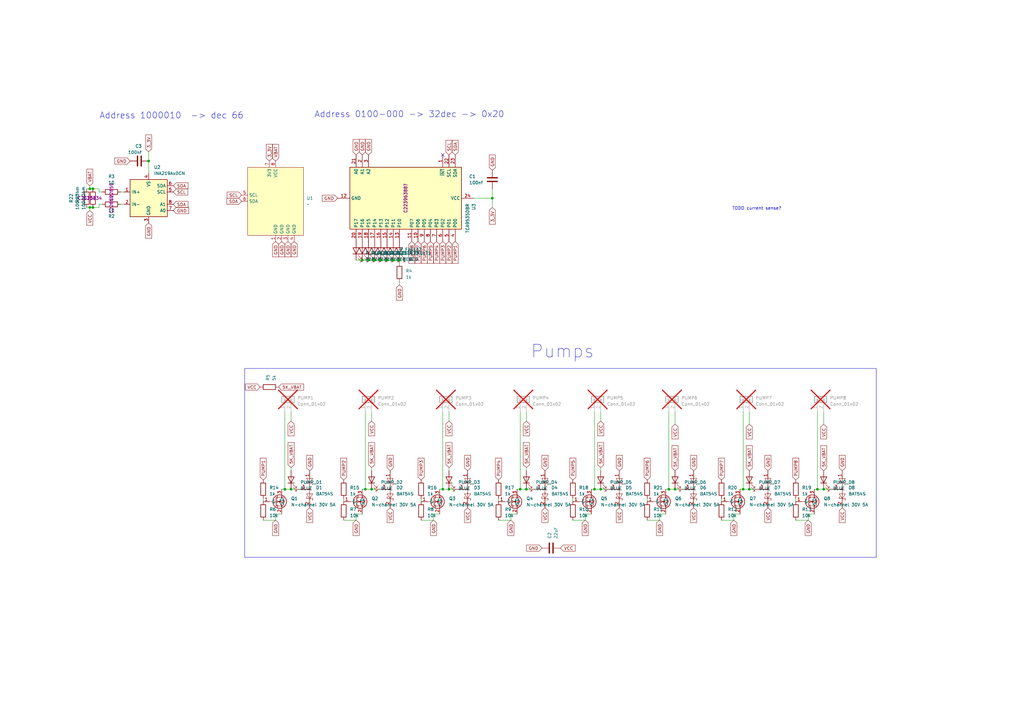
<source format=kicad_sch>
(kicad_sch (version 20250114) (generator "eeschema") (generator_version "9.0")
  (paper "A3")
  (lib_symbols
    (symbol "Connector_Generic:Conn_01x02" (pin_names (offset 1.016) (hide yes))
      (property "Reference" "J" (at 0 2.54 0))
      (property "Value" "Conn_01x02" (at 0 -5.08 0))
      (symbol "Conn_01x02_1_1"
        (rectangle (start -1.27 1.27) (end 1.27 -3.81) (stroke (width 0.254)) (fill (type background)))
        (rectangle (start -1.27 0.127) (end 0 -0.127) (stroke (width 0.1524)))
        (rectangle (start -1.27 -2.413) (end 0 -2.667) (stroke (width 0.1524)))
        (pin passive line (at -5.08 0 0) (length 3.81) (name "Pin_1") (number "1"))
        (pin passive line (at -5.08 -2.54 0) (length 3.81) (name "Pin_2") (number "2"))
      )
    )
    (symbol "Device:C" (pin_numbers (hide yes)) (pin_names (offset 0.254))
      (property "Reference" "C" (at 0.635 2.54 0))
      (property "Value" "C" (at 0.635 -2.54 0))
      (symbol "C_0_1"
        (polyline (pts (xy -2.032 0.762) (xy 2.032 0.762)) (stroke (width 0.508)))
        (polyline (pts (xy -2.032 -0.762) (xy 2.032 -0.762)) (stroke (width 0.508)))
      )
      (symbol "C_1_1"
        (pin passive line (at 0 3.81 270) (length 2.794) (name "~") (number "1"))
        (pin passive line (at 0 -3.81 90) (length 2.794) (name "~") (number "2"))
      )
    )
    (symbol "Device:LED" (pin_numbers (hide yes)) (pin_names (offset 1.016) (hide yes))
      (property "Reference" "D" (at 0 2.54 0))
      (property "Value" "LED" (at 0 -2.54 0))
      (symbol "LED_0_1"
        (polyline (pts (xy -3.048 -0.762) (xy -4.572 -2.286) (xy -3.81 -2.286) (xy -4.572 -2.286) (xy -4.572 -1.524)))
        (polyline (pts (xy -1.778 -0.762) (xy -3.302 -2.286) (xy -2.54 -2.286) (xy -3.302 -2.286) (xy -3.302 -1.524)))
        (polyline (pts (xy -1.27 0) (xy 1.27 0)))
        (polyline (pts (xy -1.27 -1.27) (xy -1.27 1.27)) (stroke (width 0.254)))
        (polyline (pts (xy 1.27 -1.27) (xy 1.27 1.27) (xy -1.27 0) (xy 1.27 -1.27)) (stroke (width 0.254)))
      )
      (symbol "LED_1_1"
        (pin passive line (at -3.81 0 0) (length 2.54) (name "K") (number "1"))
        (pin passive line (at 3.81 0 180) (length 2.54) (name "A") (number "2"))
      )
    )
    (symbol "Device:R" (pin_numbers (hide yes)) (pin_names (offset 0))
      (property "Reference" "R" (at 2.032 0 90))
      (property "Value" "R" (at 0 0 90))
      (symbol "R_0_1"
        (rectangle (start -1.016 -2.54) (end 1.016 2.54) (stroke (width 0.254)))
      )
      (symbol "R_1_1"
        (pin passive line (at 0 3.81 270) (length 1.27) (name "~") (number "1"))
        (pin passive line (at 0 -3.81 90) (length 1.27) (name "~") (number "2"))
      )
    )
    (symbol "Diode:BAS40-04" (pin_names (offset 1.016))
      (property "Reference" "D" (at 0.635 -1.27 0))
      (property "Value" "BAS40-04" (at -6.35 5.715 0))
      (symbol "BAS40-04_0_1"
        (polyline (pts (xy -4.445 3.81) (xy -4.445 1.27) (xy -2.54 2.54) (xy -4.445 3.81)))
        (polyline (pts (xy -3.81 2.54) (xy -1.27 2.54)))
        (polyline (pts (xy -3.175 1.27) (xy -3.175 1.524)))
        (polyline (pts (xy -2.54 3.81) (xy -1.905 3.81)))
        (polyline (pts (xy -2.54 1.27) (xy -3.175 1.27)))
        (polyline (pts (xy -2.54 1.27) (xy -2.54 3.81)))
        (polyline (pts (xy -1.905 3.81) (xy -1.905 3.556)))
        (polyline (pts (xy -1.905 2.54) (xy 1.905 2.54)))
        (circle (center 0 2.54) (radius 0.254) (fill (type outline)))
        (polyline (pts (xy 1.27 2.54) (xy 3.81 2.54)))
        (polyline (pts (xy 1.905 3.81) (xy 1.905 1.27) (xy 3.81 2.54) (xy 1.905 3.81)))
        (polyline (pts (xy 3.175 1.27) (xy 3.175 1.524)))
        (polyline (pts (xy 3.81 3.81) (xy 4.445 3.81)))
        (polyline (pts (xy 3.81 1.27) (xy 3.175 1.27)))
        (polyline (pts (xy 3.81 1.27) (xy 3.81 3.81)))
        (polyline (pts (xy 4.445 3.81) (xy 4.445 3.556)))
      )
      (symbol "BAS40-04_1_1"
        (pin passive line (at -7.62 2.54 0) (length 3.81) (name "~") (number "1"))
        (pin passive line (at 0 -2.54 90) (length 5.08) (name "~") (number "3"))
        (pin passive line (at 7.62 2.54 180) (length 3.81) (name "~") (number "2"))
      )
    )
    (symbol "Interface_Expansion:TCA9535DBR"
      (property "Reference" "U" (at -11.43 24.13 0))
      (property "Value" "TCA9535DBR" (at 0 0 0))
      (symbol "TCA9535DBR_0_1"
        (rectangle (start -12.7 22.86) (end 12.7 -22.86) (stroke (width 0.254)) (fill (type background)))
      )
      (symbol "TCA9535DBR_1_1"
        (pin bidirectional line (at -17.78 20.32 0) (length 5.08) (name "SDA") (number "23"))
        (pin input line (at -17.78 17.78 0) (length 5.08) (name "SCL") (number "22"))
        (pin open_collector line (at -17.78 15.24 0) (length 5.08) (name "~{INT}") (number "1"))
        (pin input line (at -17.78 -15.24 0) (length 5.08) (name "A2") (number "3"))
        (pin input line (at -17.78 -17.78 0) (length 5.08) (name "A1") (number "2"))
        (pin input line (at -17.78 -20.32 0) (length 5.08) (name "A0") (number "21"))
        (pin power_in line (at 0 27.94 270) (length 5.08) (name "VCC") (number "24"))
        (pin power_in line (at 0 -27.94 90) (length 5.08) (name "GND") (number "12"))
        (pin bidirectional line (at 17.78 20.32 180) (length 5.08) (name "P00") (number "4"))
        (pin bidirectional line (at 17.78 17.78 180) (length 5.08) (name "P01") (number "5"))
        (pin bidirectional line (at 17.78 15.24 180) (length 5.08) (name "P02") (number "6"))
        (pin bidirectional line (at 17.78 12.7 180) (length 5.08) (name "P03") (number "7"))
        (pin bidirectional line (at 17.78 10.16 180) (length 5.08) (name "P04") (number "8"))
        (pin bidirectional line (at 17.78 7.62 180) (length 5.08) (name "P05") (number "9"))
        (pin bidirectional line (at 17.78 5.08 180) (length 5.08) (name "P06") (number "10"))
        (pin bidirectional line (at 17.78 2.54 180) (length 5.08) (name "P07") (number "11"))
        (pin bidirectional line (at 17.78 -2.54 180) (length 5.08) (name "P10") (number "13"))
        (pin bidirectional line (at 17.78 -5.08 180) (length 5.08) (name "P11") (number "14"))
        (pin bidirectional line (at 17.78 -7.62 180) (length 5.08) (name "P12") (number "15"))
        (pin bidirectional line (at 17.78 -10.16 180) (length 5.08) (name "P13") (number "16"))
        (pin bidirectional line (at 17.78 -12.7 180) (length 5.08) (name "P14") (number "17"))
        (pin bidirectional line (at 17.78 -15.24 180) (length 5.08) (name "P15") (number "18"))
        (pin bidirectional line (at 17.78 -17.78 180) (length 5.08) (name "P16") (number "19"))
        (pin bidirectional line (at 17.78 -20.32 180) (length 5.08) (name "P17") (number "20"))
      )
    )
    (symbol "Pump:Pump_Output"
      (property "Reference" "U" (at -6.35 15.24 0))
      (symbol "Pump_Output_1_1"
        (rectangle (start -12.7 12.7) (end 10.16 -15.24) (fill (type background)))
        (pin bidirectional line (at -15.24 1.27 0) (length 2.54) (name "SCL") (number "5"))
        (pin bidirectional line (at -15.24 -1.27 0) (length 2.54) (name "SDA") (number "6"))
        (pin power_in line (at -3.81 15.24 270) (length 2.54) (name "3V3") (number "7"))
        (pin power_in line (at -1.27 15.24 270) (length 2.54) (name "VCC") (number "8"))
        (pin power_in line (at -1.27 -17.78 90) (length 2.54) (name "GND") (number "1"))
        (pin power_in line (at 1.27 -17.78 90) (length 2.54) (name "GND") (number "2"))
        (pin power_in line (at 3.81 -17.78 90) (length 2.54) (name "GND") (number "3"))
        (pin power_in line (at 6.35 -17.78 90) (length 2.54) (name "GND") (number "4"))
      )
    )
    (symbol "SL2300:SL2300" (pin_names (offset 1.016))
      (property "Reference" "Q" (at 0 0 0))
      (property "Value" "SL2300" (at 7.62 0 0))
      (symbol "SL2300_1_1"
        (polyline (pts (xy -1.016 1.905) (xy -1.016 -1.905)) (stroke (width 0.254)))
        (polyline (pts (xy -1.016 0) (xy -3.81 0)))
        (polyline (pts (xy -0.508 2.286) (xy -0.508 1.27)) (stroke (width 0.254)))
        (polyline (pts (xy -0.508 0.508) (xy -0.508 -0.508)) (stroke (width 0.254)))
        (polyline (pts (xy -0.508 -1.27) (xy -0.508 -2.286)) (stroke (width 0.254)))
        (polyline (pts (xy -0.508 -1.778) (xy 2.032 -1.778) (xy 2.032 1.778) (xy -0.508 1.778)))
        (polyline (pts (xy -0.254 0) (xy 0.762 0.381) (xy 0.762 -0.381) (xy -0.254 0)) (fill (type outline)))
        (circle (center 0.381 0) (radius 2.794) (stroke (width 0.254)))
        (polyline (pts (xy 1.27 2.54) (xy 1.27 1.778)))
        (circle (center 1.27 1.778) (radius 0.254) (fill (type outline)))
        (circle (center 1.27 -1.778) (radius 0.254) (fill (type outline)))
        (polyline (pts (xy 1.27 -2.54) (xy 1.27 0) (xy -0.508 0)))
        (polyline (pts (xy 1.524 0.508) (xy 1.651 0.381) (xy 2.413 0.381) (xy 2.54 0.254)))
        (polyline (pts (xy 2.032 0.381) (xy 1.651 -0.254) (xy 2.413 -0.254) (xy 2.032 0.381)))
        (pin input line (at -6.35 0 0) (length 2.54) (name "G") (number "1"))
        (pin passive line (at 1.27 5.08 270) (length 2.54) (name "D") (number "3"))
        (pin passive line (at 1.27 -5.08 90) (length 2.54) (name "S") (number "2"))
      )
    )
    (symbol "Sensor_Energy:INA219AxDCN"
      (property "Reference" "U" (at -6.35 8.89 0))
      (property "Value" "INA219AxDCN" (at 6.35 8.89 0))
      (symbol "INA219AxDCN_0_1"
        (rectangle (start -7.62 7.62) (end 7.62 -7.62) (stroke (width 0.254)) (fill (type background)))
      )
      (symbol "INA219AxDCN_1_1"
        (pin input line (at -10.16 2.54 0) (length 2.54) (name "IN+") (number "1"))
        (pin input line (at -10.16 -2.54 0) (length 2.54) (name "IN-") (number "2"))
        (pin power_in line (at 0 10.16 270) (length 2.54) (name "VS") (number "4"))
        (pin power_in line (at 0 -10.16 90) (length 2.54) (name "GND") (number "3"))
        (pin bidirectional line (at 10.16 5.08 180) (length 2.54) (name "SDA") (number "6"))
        (pin input line (at 10.16 2.54 180) (length 2.54) (name "SCL") (number "5"))
        (pin input line (at 10.16 -2.54 180) (length 2.54) (name "A1") (number "8"))
        (pin input line (at 10.16 -5.08 180) (length 2.54) (name "A0") (number "7"))
      )
    )
  )
  (rectangle (start 100.33 151.13) (end 359.41 228.6))
  (text "TODO current sense?" (at 310.388 85.598 0) (effects (font (size 1.27 1.27))))
  (text "Address 0100-000 -> 32dec -> 0x20" (at 167.894 46.99 0) (effects (font (size 2.54 2.54))))
  (text "Address 1000010  -> dec 66" (at 70.358 47.498 0) (effects (font (size 2.54 2.54))))
  (text "Pumps" (at 243.84 147.32 0) (effects (font (size 5.2578 5.2578)) (justify right bottom)))
  (junction (at 184.15 200.66))
  (junction (at 215.9 200.66))
  (junction (at 201.93 81.28))
  (junction (at 304.8 200.66))
  (junction (at 181.61 200.66))
  (junction (at 152.4 200.66))
  (junction (at 246.38 200.66))
  (junction (at 36.83 85.09))
  (junction (at 276.86 200.66))
  (junction (at 149.86 200.66))
  (junction (at 151.13 106.68))
  (junction (at 337.82 200.66))
  (junction (at 156.21 106.68))
  (junction (at 161.29 106.68))
  (junction (at 38.1 77.47))
  (junction (at 153.67 106.68))
  (junction (at 274.32 200.66))
  (junction (at 38.1 85.09))
  (junction (at 243.84 200.66))
  (junction (at 116.84 200.66))
  (junction (at 163.83 106.68))
  (junction (at 158.75 106.68))
  (junction (at 60.96 66.04))
  (junction (at 307.34 200.66))
  (junction (at 119.38 200.66))
  (junction (at 36.83 77.47))
  (junction (at 213.36 200.66))
  (junction (at 148.59 106.68))
  (junction (at 335.28 200.66))
  (no_connect (at 181.61 63.5))
  (wire (pts (xy 274.32 168.91) (xy 274.32 200.66)))
  (wire (pts (xy 215.9 168.91) (xy 215.9 172.72)))
  (wire (pts (xy 107.95 204.47) (xy 107.95 205.74)))
  (wire (pts (xy 201.93 77.47) (xy 201.93 81.28)))
  (wire (pts (xy 163.83 116.84) (xy 163.83 115.57)))
  (wire (pts (xy 274.32 200.66) (xy 273.05 200.66)))
  (wire (pts (xy 149.86 168.91) (xy 149.86 200.66)))
  (wire (pts (xy 152.4 200.66) (xy 154.94 200.66)))
  (wire (pts (xy 326.39 204.47) (xy 326.39 205.74)))
  (wire (pts (xy 246.38 200.66) (xy 248.92 200.66)))
  (wire (pts (xy 40.64 77.47) (xy 38.1 77.47)))
  (wire (pts (xy 243.84 200.66) (xy 242.57 200.66)))
  (wire (pts (xy 240.03 210.82) (xy 240.03 213.36)))
  (wire (pts (xy 334.01 210.82) (xy 331.47 210.82)))
  (wire (pts (xy 60.96 66.04) (xy 60.96 71.12)))
  (wire (pts (xy 152.4 168.91) (xy 152.4 172.72)))
  (wire (pts (xy 152.4 191.77) (xy 152.4 193.04)))
  (wire (pts (xy 246.38 200.66) (xy 243.84 200.66)))
  (wire (pts (xy 307.34 168.91) (xy 307.34 173.99)))
  (wire (pts (xy 234.95 204.47) (xy 234.95 205.74)))
  (wire (pts (xy 149.86 200.66) (xy 148.59 200.66)))
  (wire (pts (xy 300.99 210.82) (xy 300.99 213.36)))
  (wire (pts (xy 276.86 168.91) (xy 276.86 173.99)))
  (wire (pts (xy 212.09 210.82) (xy 209.55 210.82)))
  (wire (pts (xy 184.15 193.04) (xy 184.15 191.77)))
  (wire (pts (xy 300.99 213.36) (xy 295.91 213.36)))
  (wire (pts (xy 295.91 204.47) (xy 295.91 205.74)))
  (wire (pts (xy 172.72 204.47) (xy 172.72 205.74)))
  (wire (pts (xy 36.83 76.2) (xy 36.83 77.47)))
  (wire (pts (xy 158.75 106.68) (xy 161.29 106.68)))
  (wire (pts (xy 215.9 200.66) (xy 213.36 200.66)))
  (wire (pts (xy 240.03 213.36) (xy 234.95 213.36)))
  (wire (pts (xy 246.38 191.77) (xy 246.38 193.04)))
  (wire (pts (xy 184.15 168.91) (xy 184.15 172.72)))
  (wire (pts (xy 331.47 213.36) (xy 326.39 213.36)))
  (wire (pts (xy 49.53 78.74) (xy 50.8 78.74)))
  (wire (pts (xy 184.15 200.66) (xy 181.61 200.66)))
  (wire (pts (xy 273.05 210.82) (xy 270.51 210.82)))
  (wire (pts (xy 331.47 210.82) (xy 331.47 213.36)))
  (wire (pts (xy 149.86 200.66) (xy 152.4 200.66)))
  (wire (pts (xy 119.38 200.66) (xy 121.92 200.66)))
  (wire (pts (xy 307.34 200.66) (xy 309.88 200.66)))
  (wire (pts (xy 146.05 210.82) (xy 146.05 213.36)))
  (wire (pts (xy 276.86 200.66) (xy 274.32 200.66)))
  (wire (pts (xy 209.55 213.36) (xy 204.47 213.36)))
  (wire (pts (xy 303.53 210.82) (xy 300.99 210.82)))
  (wire (pts (xy 40.64 83.82) (xy 40.64 85.09)))
  (wire (pts (xy 270.51 213.36) (xy 265.43 213.36)))
  (wire (pts (xy 113.03 213.36) (xy 107.95 213.36)))
  (wire (pts (xy 335.28 168.91) (xy 335.28 200.66)))
  (wire (pts (xy 215.9 191.77) (xy 215.9 193.04)))
  (wire (pts (xy 148.59 106.68) (xy 146.05 106.68)))
  (wire (pts (xy 35.56 77.47) (xy 36.83 77.47)))
  (wire (pts (xy 213.36 200.66) (xy 212.09 200.66)))
  (wire (pts (xy 49.53 83.82) (xy 50.8 83.82)))
  (wire (pts (xy 156.21 106.68) (xy 158.75 106.68)))
  (wire (pts (xy 119.38 193.04) (xy 119.38 191.77)))
  (wire (pts (xy 181.61 200.66) (xy 180.34 200.66)))
  (wire (pts (xy 270.51 210.82) (xy 270.51 213.36)))
  (wire (pts (xy 265.43 204.47) (xy 265.43 205.74)))
  (wire (pts (xy 242.57 210.82) (xy 240.03 210.82)))
  (wire (pts (xy 40.64 78.74) (xy 41.91 78.74)))
  (wire (pts (xy 180.34 210.82) (xy 177.8 210.82)))
  (wire (pts (xy 163.83 107.95) (xy 163.83 106.68)))
  (wire (pts (xy 194.31 81.28) (xy 201.93 81.28)))
  (wire (pts (xy 113.03 210.82) (xy 113.03 213.36)))
  (wire (pts (xy 209.55 210.82) (xy 209.55 213.36)))
  (wire (pts (xy 177.8 210.82) (xy 177.8 213.36)))
  (wire (pts (xy 151.13 106.68) (xy 148.59 106.68)))
  (wire (pts (xy 204.47 204.47) (xy 204.47 205.74)))
  (wire (pts (xy 36.83 85.09) (xy 38.1 85.09)))
  (wire (pts (xy 36.83 77.47) (xy 38.1 77.47)))
  (wire (pts (xy 40.64 78.74) (xy 40.64 77.47)))
  (wire (pts (xy 177.8 213.36) (xy 172.72 213.36)))
  (wire (pts (xy 307.34 200.66) (xy 304.8 200.66)))
  (wire (pts (xy 304.8 200.66) (xy 303.53 200.66)))
  (wire (pts (xy 201.93 81.28) (xy 201.93 85.09)))
  (wire (pts (xy 335.28 200.66) (xy 334.01 200.66)))
  (wire (pts (xy 213.36 168.91) (xy 213.36 200.66)))
  (wire (pts (xy 181.61 168.91) (xy 181.61 200.66)))
  (wire (pts (xy 115.57 210.82) (xy 113.03 210.82)))
  (wire (pts (xy 36.83 85.09) (xy 36.83 86.36)))
  (wire (pts (xy 243.84 168.91) (xy 243.84 200.66)))
  (wire (pts (xy 140.97 204.47) (xy 140.97 205.74)))
  (wire (pts (xy 304.8 168.91) (xy 304.8 200.66)))
  (wire (pts (xy 119.38 200.66) (xy 116.84 200.66)))
  (wire (pts (xy 40.64 85.09) (xy 38.1 85.09)))
  (wire (pts (xy 156.21 106.68) (xy 153.67 106.68)))
  (wire (pts (xy 246.38 168.91) (xy 246.38 172.72)))
  (wire (pts (xy 116.84 200.66) (xy 115.57 200.66)))
  (wire (pts (xy 337.82 200.66) (xy 340.36 200.66)))
  (wire (pts (xy 337.82 200.66) (xy 335.28 200.66)))
  (wire (pts (xy 40.64 83.82) (xy 41.91 83.82)))
  (wire (pts (xy 153.67 106.68) (xy 151.13 106.68)))
  (wire (pts (xy 146.05 213.36) (xy 140.97 213.36)))
  (wire (pts (xy 276.86 200.66) (xy 279.4 200.66)))
  (wire (pts (xy 148.59 210.82) (xy 146.05 210.82)))
  (wire (pts (xy 35.56 85.09) (xy 36.83 85.09)))
  (wire (pts (xy 184.15 200.66) (xy 186.69 200.66)))
  (wire (pts (xy 60.96 62.23) (xy 60.96 66.04)))
  (wire (pts (xy 161.29 106.68) (xy 163.83 106.68)))
  (wire (pts (xy 116.84 168.91) (xy 116.84 200.66)))
  (wire (pts (xy 337.82 168.91) (xy 337.82 173.99)))
  (wire (pts (xy 215.9 200.66) (xy 218.44 200.66)))
  (wire (pts (xy 119.38 168.91) (xy 119.38 172.72)))
  (global_label "VCC" (shape input) (at 119.38 172.72 270) (property "Intersheetrefs" "${INTERSHEET_REFS}" (effects (hide yes))))
  (global_label "VCC" (shape input) (at 254 208.28 270) (property "Intersheetrefs" "${INTERSHEET_REFS}" (effects (hide yes))))
  (global_label "PUMP4" (shape input) (at 179.07 99.06 270) (property "Intersheetrefs" "${INTERSHEET_REFS}" (effects (hide yes))))
  (global_label "GND" (shape input) (at 127 193.04 90) (property "Intersheetrefs" "${INTERSHEET_REFS}" (effects (hide yes))))
  (global_label "SDA" (shape input) (at 186.69 63.5 90) (property "Intersheetrefs" "${INTERSHEET_REFS}" (effects (hide yes))))
  (global_label "5K_VBAT" (shape input) (at 152.4 191.77 90) (property "Intersheetrefs" "${INTERSHEET_REFS}" (effects (hide yes))))
  (global_label "3_3V" (shape input) (at 110.49 66.04 90) (property "Intersheetrefs" "${INTERSHEET_REFS}" (effects (hide yes))))
  (global_label "VCC" (shape input) (at 307.34 173.99 270) (property "Intersheetrefs" "${INTERSHEET_REFS}" (effects (hide yes))))
  (global_label "PUMP1" (shape input) (at 186.69 99.06 270) (property "Intersheetrefs" "${INTERSHEET_REFS}" (effects (hide yes))))
  (global_label "SCL" (shape input) (at 184.15 63.5 90) (property "Intersheetrefs" "${INTERSHEET_REFS}" (effects (hide yes))))
  (global_label "GND" (shape input) (at 314.96 193.04 90) (property "Intersheetrefs" "${INTERSHEET_REFS}" (effects (hide yes))))
  (global_label "PUMP5" (shape input) (at 176.53 99.06 270) (property "Intersheetrefs" "${INTERSHEET_REFS}" (effects (hide yes))))
  (global_label "VCC" (shape input) (at 106.68 158.75 180) (property "Intersheetrefs" "${INTERSHEET_REFS}" (effects (hide yes))))
  (global_label "SCL" (shape input) (at 99.06 80.01 180) (property "Intersheetrefs" "${INTERSHEET_REFS}" (effects (hide yes))))
  (global_label "PUMP8" (shape input) (at 326.39 196.85 90) (property "Intersheetrefs" "${INTERSHEET_REFS}" (effects (hide yes))))
  (global_label "GND" (shape input) (at 60.96 91.44 270) (property "Intersheetrefs" "${INTERSHEET_REFS}" (effects (hide yes))))
  (global_label "GND" (shape input) (at 201.93 69.85 90) (property "Intersheetrefs" "${INTERSHEET_REFS}" (effects (hide yes))))
  (global_label "PUMP5" (shape input) (at 234.95 196.85 90) (property "Intersheetrefs" "${INTERSHEET_REFS}" (effects (hide yes))))
  (global_label "GND" (shape input) (at 300.99 213.36 270) (property "Intersheetrefs" "${INTERSHEET_REFS}" (effects (hide yes))))
  (global_label "VCC" (shape input) (at 337.82 173.99 270) (property "Intersheetrefs" "${INTERSHEET_REFS}" (effects (hide yes))))
  (global_label "PUMP2" (shape input) (at 140.97 196.85 90) (property "Intersheetrefs" "${INTERSHEET_REFS}" (effects (hide yes))))
  (global_label "GND" (shape input) (at 115.57 99.06 270) (property "Intersheetrefs" "${INTERSHEET_REFS}" (effects (hide yes))))
  (global_label "VCC" (shape input) (at 229.87 224.79 0) (property "Intersheetrefs" "${INTERSHEET_REFS}" (effects (hide yes))))
  (global_label "VCC" (shape input) (at 314.96 208.28 270) (property "Intersheetrefs" "${INTERSHEET_REFS}" (effects (hide yes))))
  (global_label "GND" (shape input) (at 148.59 63.5 90) (property "Intersheetrefs" "${INTERSHEET_REFS}" (effects (hide yes))))
  (global_label "SDA" (shape input) (at 71.12 76.2 0) (property "Intersheetrefs" "${INTERSHEET_REFS}" (effects (hide yes))))
  (global_label "PUMP8" (shape input) (at 168.91 99.06 270) (property "Intersheetrefs" "${INTERSHEET_REFS}" (effects (hide yes))))
  (global_label "PUMP6" (shape input) (at 265.43 196.85 90) (property "Intersheetrefs" "${INTERSHEET_REFS}" (effects (hide yes))))
  (global_label "VCC" (shape input) (at 127 208.28 270) (property "Intersheetrefs" "${INTERSHEET_REFS}" (effects (hide yes))))
  (global_label "5K_VBAT" (shape input) (at 276.86 193.04 90) (property "Intersheetrefs" "${INTERSHEET_REFS}" (effects (hide yes))))
  (global_label "GND" (shape input) (at 53.34 66.04 180) (property "Intersheetrefs" "${INTERSHEET_REFS}" (effects (hide yes))))
  (global_label "5K_VBAT" (shape input) (at 246.38 191.77 90) (property "Intersheetrefs" "${INTERSHEET_REFS}" (effects (hide yes))))
  (global_label "GND" (shape input) (at 146.05 213.36 270) (property "Intersheetrefs" "${INTERSHEET_REFS}" (effects (hide yes))))
  (global_label "PUMP6" (shape input) (at 173.99 99.06 270) (property "Intersheetrefs" "${INTERSHEET_REFS}" (effects (hide yes))))
  (global_label "SCL" (shape input) (at 71.12 78.74 0) (property "Intersheetrefs" "${INTERSHEET_REFS}" (effects (hide yes))))
  (global_label "VCC" (shape input) (at 223.52 208.28 270) (property "Intersheetrefs" "${INTERSHEET_REFS}" (effects (hide yes))))
  (global_label "5K_VBAT" (shape input) (at 215.9 191.77 90) (property "Intersheetrefs" "${INTERSHEET_REFS}" (effects (hide yes))))
  (global_label "VCC" (shape input) (at 284.48 208.28 270) (property "Intersheetrefs" "${INTERSHEET_REFS}" (effects (hide yes))))
  (global_label "GND" (shape input) (at 151.13 63.5 90) (property "Intersheetrefs" "${INTERSHEET_REFS}" (effects (hide yes))))
  (global_label "VBAT" (shape input) (at 36.83 76.2 90) (property "Intersheetrefs" "${INTERSHEET_REFS}" (effects (hide yes))))
  (global_label "PUMP7" (shape input) (at 295.91 196.85 90) (property "Intersheetrefs" "${INTERSHEET_REFS}" (effects (hide yes))))
  (global_label "PUMP4" (shape input) (at 204.47 196.85 90) (property "Intersheetrefs" "${INTERSHEET_REFS}" (effects (hide yes))))
  (global_label "PUMP2" (shape input) (at 184.15 99.06 270) (property "Intersheetrefs" "${INTERSHEET_REFS}" (effects (hide yes))))
  (global_label "GND" (shape input) (at 191.77 193.04 90) (property "Intersheetrefs" "${INTERSHEET_REFS}" (effects (hide yes))))
  (global_label "VCC" (shape input) (at 184.15 172.72 270) (property "Intersheetrefs" "${INTERSHEET_REFS}" (effects (hide yes))))
  (global_label "GND" (shape input) (at 71.12 86.36 0) (property "Intersheetrefs" "${INTERSHEET_REFS}" (effects (hide yes))))
  (global_label "VCC" (shape input) (at 160.02 208.28 270) (property "Intersheetrefs" "${INTERSHEET_REFS}" (effects (hide yes))))
  (global_label "PUMP3" (shape input) (at 181.61 99.06 270) (property "Intersheetrefs" "${INTERSHEET_REFS}" (effects (hide yes))))
  (global_label "GND" (shape input) (at 345.44 193.04 90) (property "Intersheetrefs" "${INTERSHEET_REFS}" (effects (hide yes))))
  (global_label "GND" (shape input) (at 222.25 224.79 180) (property "Intersheetrefs" "${INTERSHEET_REFS}" (effects (hide yes))))
  (global_label "3_3V" (shape input) (at 201.93 85.09 270) (property "Intersheetrefs" "${INTERSHEET_REFS}" (effects (hide yes))))
  (global_label "5K_VBAT" (shape input) (at 184.15 191.77 90) (property "Intersheetrefs" "${INTERSHEET_REFS}" (effects (hide yes))))
  (global_label "GND" (shape input) (at 270.51 213.36 270) (property "Intersheetrefs" "${INTERSHEET_REFS}" (effects (hide yes))))
  (global_label "GND" (shape input) (at 223.52 193.04 90) (property "Intersheetrefs" "${INTERSHEET_REFS}" (effects (hide yes))))
  (global_label "GND" (shape input) (at 160.02 193.04 90) (property "Intersheetrefs" "${INTERSHEET_REFS}" (effects (hide yes))))
  (global_label "VCC" (shape input) (at 36.83 86.36 270) (property "Intersheetrefs" "${INTERSHEET_REFS}" (effects (hide yes))))
  (global_label "GND" (shape input) (at 113.03 99.06 270) (property "Intersheetrefs" "${INTERSHEET_REFS}" (effects (hide yes))))
  (global_label "GND" (shape input) (at 113.03 213.36 270) (property "Intersheetrefs" "${INTERSHEET_REFS}" (effects (hide yes))))
  (global_label "SDA" (shape input) (at 71.12 83.82 0) (property "Intersheetrefs" "${INTERSHEET_REFS}" (effects (hide yes))))
  (global_label "GND" (shape input) (at 118.11 99.06 270) (property "Intersheetrefs" "${INTERSHEET_REFS}" (effects (hide yes))))
  (global_label "VCC" (shape input) (at 345.44 208.28 270) (property "Intersheetrefs" "${INTERSHEET_REFS}" (effects (hide yes))))
  (global_label "5K_VBAT" (shape input) (at 307.34 193.04 90) (property "Intersheetrefs" "${INTERSHEET_REFS}" (effects (hide yes))))
  (global_label "GND" (shape input) (at 284.48 193.04 90) (property "Intersheetrefs" "${INTERSHEET_REFS}" (effects (hide yes))))
  (global_label "SDA" (shape input) (at 99.06 82.55 180) (property "Intersheetrefs" "${INTERSHEET_REFS}" (effects (hide yes))))
  (global_label "GND" (shape input) (at 331.47 213.36 270) (property "Intersheetrefs" "${INTERSHEET_REFS}" (effects (hide yes))))
  (global_label "GND" (shape input) (at 209.55 213.36 270) (property "Intersheetrefs" "${INTERSHEET_REFS}" (effects (hide yes))))
  (global_label "PUMP3" (shape input) (at 172.72 196.85 90) (property "Intersheetrefs" "${INTERSHEET_REFS}" (effects (hide yes))))
  (global_label "5K_VBAT" (shape input) (at 114.3 158.75 0) (property "Intersheetrefs" "${INTERSHEET_REFS}" (effects (hide yes))))
  (global_label "GND" (shape input) (at 120.65 99.06 270) (property "Intersheetrefs" "${INTERSHEET_REFS}" (effects (hide yes))))
  (global_label "GND" (shape input) (at 138.43 81.28 180) (property "Intersheetrefs" "${INTERSHEET_REFS}" (effects (hide yes))))
  (global_label "VCC" (shape input) (at 276.86 173.99 270) (property "Intersheetrefs" "${INTERSHEET_REFS}" (effects (hide yes))))
  (global_label "5K_VBAT" (shape input) (at 119.38 191.77 90) (property "Intersheetrefs" "${INTERSHEET_REFS}" (effects (hide yes))))
  (global_label "VCC" (shape input) (at 215.9 172.72 270) (property "Intersheetrefs" "${INTERSHEET_REFS}" (effects (hide yes))))
  (global_label "VCC" (shape input) (at 191.77 208.28 270) (property "Intersheetrefs" "${INTERSHEET_REFS}" (effects (hide yes))))
  (global_label "GND" (shape input) (at 146.05 63.5 90) (property "Intersheetrefs" "${INTERSHEET_REFS}" (effects (hide yes))))
  (global_label "VCC" (shape input) (at 246.38 172.72 270) (property "Intersheetrefs" "${INTERSHEET_REFS}" (effects (hide yes))))
  (global_label "GND" (shape input) (at 254 193.04 90) (property "Intersheetrefs" "${INTERSHEET_REFS}" (effects (hide yes))))
  (global_label "PUMP1" (shape input) (at 107.95 196.85 90) (property "Intersheetrefs" "${INTERSHEET_REFS}" (effects (hide yes))))
  (global_label "PUMP7" (shape input) (at 171.45 99.06 270) (property "Intersheetrefs" "${INTERSHEET_REFS}" (effects (hide yes))))
  (global_label "3_3V" (shape input) (at 60.96 62.23 90) (property "Intersheetrefs" "${INTERSHEET_REFS}" (effects (hide yes))))
  (global_label "VCC" (shape input) (at 152.4 172.72 270) (property "Intersheetrefs" "${INTERSHEET_REFS}" (effects (hide yes))))
  (global_label "VBAT" (shape input) (at 113.03 66.04 90) (property "Intersheetrefs" "${INTERSHEET_REFS}" (effects (hide yes))))
  (global_label "GND" (shape input) (at 163.83 116.84 270) (property "Intersheetrefs" "${INTERSHEET_REFS}" (effects (hide yes))))
  (global_label "GND" (shape input) (at 177.8 213.36 270) (property "Intersheetrefs" "${INTERSHEET_REFS}" (effects (hide yes))))
  (global_label "GND" (shape input) (at 240.03 213.36 270) (property "Intersheetrefs" "${INTERSHEET_REFS}" (effects (hide yes))))
  (global_label "5K_VBAT" (shape input) (at 337.82 193.04 90) (property "Intersheetrefs" "${INTERSHEET_REFS}" (effects (hide yes))))
  (symbol (lib_id "Device:LED") (at 246.38 196.85 90) (unit 1)
    (property "Reference" "PUMP_D5" (at 250.19 197.8025 90) (effects (justify right)))
    (property "Value" "BLUE" (at 250.19 200.3425 90) (effects (justify right)))
    (property "Footprint" "LED_SMD:LED_0805_2012Metric" (effects (hide yes)))
    (property "Description" "Light emitting diode" (effects (hide yes)))
    (property "LCSC_PART_NUMBER" "C205441" (effects (hide yes)))
    (property "Sim.Pins" "1=K 2=A" (effects (hide yes)))
  )
  (symbol (lib_id "Device:R") (at 35.56 81.28 180) (unit 1)
    (property "Reference" "R22" (at 29.21 81.28 90))
    (property "Value" "100mOhm" (at 31.75 81.28 90))
    (property "Footprint" "Resistor_SMD:R_1206_3216Metric" (effects (hide yes)))
    (property "Description" "Resistor" (effects (hide yes)))
    (property "LCSC_PART_NUMBER" "C25334" (at 35.56 81.28 0))
  )
  (symbol (lib_id "Diode:BAS40-04") (at 342.9 200.66 270) (unit 1)
    (property "Reference" "D8" (at 347.98 200.025 90) (effects (justify left)))
    (property "Value" "BAT54S" (at 347.98 202.565 90) (effects (justify left)))
    (property "Footprint" "Package_TO_SOT_SMD:SOT-23" (effects (hide yes)))
    (property "Datasheet" "http://www.vishay.com/docs/85701/bas40v.pdf" (effects (hide yes)))
    (property "Description" "40V 0.2A Dual Small Signal Schottky Diodes" (effects (hide yes)))
    (property "LCSC_PART_NUMBER" "C916425" (effects (hide yes)))
  )
  (symbol (lib_id "SL2300:SL2300") (at 114.3 205.74 0) (unit 1)
    (property "Reference" "Q1" (at 119.38 204.4699 0) (effects (justify left)))
    (property "Value" "N-channel 30V 5A" (at 119.38 207.0099 0) (effects (justify left)))
    (property "Footprint" "PCM_Package_TO_SOT_SMD_AKL:SOT-23" (effects (hide yes)))
    (property "LCSC_PART_NUMBER" "C20917" (effects (hide yes)))
  )
  (symbol (lib_id "Device:R") (at 326.39 209.55 0) (unit 1)
    (property "Reference" "R13" (at 328.93 208.915 0) (effects (justify left)))
    (property "Value" "10k" (at 328.93 211.455 0) (effects (justify left)))
    (property "Footprint" "Resistor_SMD:R_0603_1608Metric" (effects (hide yes)))
    (property "Description" "Resistor" (effects (hide yes)))
    (property "LCSC_PART_NUMBER" "C25804" (effects (hide yes)))
  )
  (symbol (lib_id "Device:LED") (at 152.4 196.85 90) (unit 1)
    (property "Reference" "PUMP_D2" (at 156.21 197.8025 90) (effects (justify right)))
    (property "Value" "BLUE" (at 156.21 200.3425 90) (effects (justify right)))
    (property "Footprint" "LED_SMD:LED_0805_2012Metric" (effects (hide yes)))
    (property "Description" "Light emitting diode" (effects (hide yes)))
    (property "LCSC_PART_NUMBER" "C205441" (effects (hide yes)))
    (property "Sim.Pins" "1=K 2=A" (effects (hide yes)))
  )
  (symbol (lib_id "Device:LED") (at 163.83 102.87 90) (unit 1)
    (property "Reference" "P_FAULT1" (at 167.64 103.8225 90) (effects (justify right)))
    (property "Value" "RED" (at 167.64 106.3625 90) (effects (justify right)))
    (property "Footprint" "LED_SMD:LED_0805_2012Metric" (effects (hide yes)))
    (property "Description" "Light emitting diode" (effects (hide yes)))
    (property "LCSC_PART_NUMBER" "C205441" (effects (hide yes)))
    (property "Sim.Pins" "1=K 2=A" (effects (hide yes)))
  )
  (symbol (lib_id "Diode:BAS40-04") (at 124.46 200.66 270) (unit 1)
    (property "Reference" "D1" (at 129.54 200.025 90) (effects (justify left)))
    (property "Value" "BAT54S" (at 129.54 202.565 90) (effects (justify left)))
    (property "Footprint" "Package_TO_SOT_SMD:SOT-23" (effects (hide yes)))
    (property "Datasheet" "http://www.vishay.com/docs/85701/bas40v.pdf" (effects (hide yes)))
    (property "Description" "40V 0.2A Dual Small Signal Schottky Diodes" (effects (hide yes)))
    (property "LCSC_PART_NUMBER" "C916425" (effects (hide yes)))
  )
  (symbol (lib_id "Device:C") (at 226.06 224.79 270) (unit 1)
    (property "Reference" "C2" (at 225.425 220.98 0) (effects (justify right)))
    (property "Value" "22uF" (at 227.965 220.98 0) (effects (justify right)))
    (property "Footprint" "PCM_Capacitor_SMD_Handsoldering_AKL:C_0805_2012Metric_Pad1.18x1.45mm" (effects (hide yes)))
    (property "Description" "Unpolarized capacitor" (effects (hide yes)))
    (property "LCSC_PART_NUMBER" "C45783" (effects (hide yes)))
  )
  (symbol (lib_id "Device:C") (at 201.93 73.66 0) (unit 1)
    (property "Reference" "C1" (at 192.405 72.39 0) (effects (justify left)))
    (property "Value" "100nf" (at 192.405 74.93 0) (effects (justify left)))
    (property "Footprint" "PCM_Capacitor_SMD_Handsoldering_AKL:C_0603_1608Metric_Pad1.08x0.95mm" (effects (hide yes)))
    (property "LCSC_PART_NUMBER" "C14663" (effects (hide yes)))
  )
  (symbol (lib_id "Connector_Generic:Conn_01x02") (at 274.32 163.83 90) (unit 1) (dnp yes)
    (property "Reference" "PUMP6" (at 279.4 163.195 90) (effects (justify right)))
    (property "Value" "Conn_01x02" (at 279.4 165.735 90) (effects (justify right)))
    (property "Footprint" "Connector_JST:JST_EH_B2B-EH-A_1x02_P2.50mm_Vertical" (effects (hide yes)))
    (property "Description" "Generic connector, single row, 01x02, script generated (kicad-library-utils/schlib/autogen/connector/)" (effects (hide yes)))
  )
  (symbol (lib_id "Connector_Generic:Conn_01x02") (at 243.84 163.83 90) (unit 1) (dnp yes)
    (property "Reference" "PUMP5" (at 248.92 163.195 90) (effects (justify right)))
    (property "Value" "Conn_01x02" (at 248.92 165.735 90) (effects (justify right)))
    (property "Footprint" "Connector_JST:JST_EH_B2B-EH-A_1x02_P2.50mm_Vertical" (effects (hide yes)))
    (property "Description" "Generic connector, single row, 01x02, script generated (kicad-library-utils/schlib/autogen/connector/)" (effects (hide yes)))
  )
  (symbol (lib_id "Device:LED") (at 146.05 102.87 90) (unit 1)
    (property "Reference" "P_FAULT8" (at 149.86 103.8225 90) (effects (justify right)))
    (property "Value" "RED" (at 149.86 106.3625 90) (effects (justify right)))
    (property "Footprint" "LED_SMD:LED_0805_2012Metric" (effects (hide yes)))
    (property "Description" "Light emitting diode" (effects (hide yes)))
    (property "LCSC_PART_NUMBER" "C205441" (effects (hide yes)))
    (property "Sim.Pins" "1=K 2=A" (effects (hide yes)))
  )
  (symbol (lib_id "SL2300:SL2300") (at 210.82 205.74 0) (unit 1)
    (property "Reference" "Q4" (at 215.9 204.4699 0) (effects (justify left)))
    (property "Value" "N-channel 30V 5A" (at 215.9 207.0099 0) (effects (justify left)))
    (property "Footprint" "PCM_Package_TO_SOT_SMD_AKL:SOT-23" (effects (hide yes)))
    (property "LCSC_PART_NUMBER" "C20917" (effects (hide yes)))
  )
  (symbol (lib_id "Diode:BAS40-04") (at 157.48 200.66 270) (unit 1)
    (property "Reference" "D2" (at 162.56 200.025 90) (effects (justify left)))
    (property "Value" "BAT54S" (at 162.56 202.565 90) (effects (justify left)))
    (property "Footprint" "Package_TO_SOT_SMD:SOT-23" (effects (hide yes)))
    (property "Datasheet" "http://www.vishay.com/docs/85701/bas40v.pdf" (effects (hide yes)))
    (property "Description" "40V 0.2A Dual Small Signal Schottky Diodes" (effects (hide yes)))
    (property "LCSC_PART_NUMBER" "C916425" (effects (hide yes)))
  )
  (symbol (lib_id "Diode:BAS40-04") (at 220.98 200.66 270) (unit 1)
    (property "Reference" "D4" (at 226.06 200.025 90) (effects (justify left)))
    (property "Value" "BAT54S" (at 226.06 202.565 90) (effects (justify left)))
    (property "Footprint" "Package_TO_SOT_SMD:SOT-23" (effects (hide yes)))
    (property "Datasheet" "http://www.vishay.com/docs/85701/bas40v.pdf" (effects (hide yes)))
    (property "Description" "40V 0.2A Dual Small Signal Schottky Diodes" (effects (hide yes)))
    (property "LCSC_PART_NUMBER" "C916425" (effects (hide yes)))
  )
  (symbol (lib_id "Device:LED") (at 337.82 196.85 90) (unit 1)
    (property "Reference" "PUMP_D8" (at 341.63 197.8025 90) (effects (justify right)))
    (property "Value" "BLUE" (at 341.63 200.3425 90) (effects (justify right)))
    (property "Footprint" "LED_SMD:LED_0805_2012Metric" (effects (hide yes)))
    (property "Description" "Light emitting diode" (effects (hide yes)))
    (property "LCSC_PART_NUMBER" "C205441" (effects (hide yes)))
    (property "Sim.Pins" "1=K 2=A" (effects (hide yes)))
  )
  (symbol (lib_id "Device:R") (at 295.91 200.66 0) (unit 1)
    (property "Reference" "R20" (at 298.45 200.025 0) (effects (justify left)))
    (property "Value" "1k" (at 298.45 202.565 0) (effects (justify left)))
    (property "Footprint" "Resistor_SMD:R_0603_1608Metric" (effects (hide yes)))
    (property "Description" "Resistor" (effects (hide yes)))
    (property "LCSC_PART_NUMBER" "C21190" (effects (hide yes)))
  )
  (symbol (lib_id "Device:LED") (at 307.34 196.85 90) (unit 1)
    (property "Reference" "PUMP_D7" (at 311.15 197.8025 90) (effects (justify right)))
    (property "Value" "BLUE" (at 311.15 200.3425 90) (effects (justify right)))
    (property "Footprint" "LED_SMD:LED_0805_2012Metric" (effects (hide yes)))
    (property "Description" "Light emitting diode" (effects (hide yes)))
    (property "LCSC_PART_NUMBER" "C205441" (effects (hide yes)))
    (property "Sim.Pins" "1=K 2=A" (effects (hide yes)))
  )
  (symbol (lib_id "Device:LED") (at 184.15 196.85 90) (unit 1)
    (property "Reference" "PUMP_D3" (at 187.96 197.8025 90) (effects (justify right)))
    (property "Value" "BLUE" (at 187.96 200.3425 90) (effects (justify right)))
    (property "Footprint" "LED_SMD:LED_0805_2012Metric" (effects (hide yes)))
    (property "Description" "Light emitting diode" (effects (hide yes)))
    (property "LCSC_PART_NUMBER" "C205441" (effects (hide yes)))
    (property "Sim.Pins" "1=K 2=A" (effects (hide yes)))
  )
  (symbol (lib_id "Sensor_Energy:INA219AxDCN") (at 60.96 81.28 0) (unit 1)
    (property "Reference" "U2" (at 63.1033 68.58 0) (effects (justify left)))
    (property "Value" "INA219AxDCN" (at 63.1033 71.12 0) (effects (justify left)))
    (property "Footprint" "Package_TO_SOT_SMD:SOT-23-8" (effects (hide yes)))
    (property "Datasheet" "http://www.ti.com/lit/ds/symlink/ina219.pdf" (effects (hide yes)))
    (property "Description" "Zero-Drift, Bidirectional Current/Power Monitor (0-26V) With I2C Interface, SOT-23-8" (effects (hide yes)))
  )
  (symbol (lib_id "Device:R") (at 204.47 209.55 0) (unit 1)
    (property "Reference" "R9" (at 207.01 208.915 0) (effects (justify left)))
    (property "Value" "10k" (at 207.01 211.455 0) (effects (justify left)))
    (property "Footprint" "Resistor_SMD:R_0603_1608Metric" (effects (hide yes)))
    (property "Description" "Resistor" (effects (hide yes)))
    (property "LCSC_PART_NUMBER" "C25804" (effects (hide yes)))
  )
  (symbol (lib_id "Device:R") (at 140.97 200.66 0) (unit 1)
    (property "Reference" "R15" (at 143.51 200.025 0) (effects (justify left)))
    (property "Value" "1k" (at 143.51 202.565 0) (effects (justify left)))
    (property "Footprint" "Resistor_SMD:R_0603_1608Metric" (effects (hide yes)))
    (property "Description" "Resistor" (effects (hide yes)))
    (property "LCSC_PART_NUMBER" "C21190" (effects (hide yes)))
  )
  (symbol (lib_id "Diode:BAS40-04") (at 281.94 200.66 270) (unit 1)
    (property "Reference" "D6" (at 287.02 200.025 90) (effects (justify left)))
    (property "Value" "BAT54S" (at 287.02 202.565 90) (effects (justify left)))
    (property "Footprint" "Package_TO_SOT_SMD:SOT-23" (effects (hide yes)))
    (property "Datasheet" "http://www.vishay.com/docs/85701/bas40v.pdf" (effects (hide yes)))
    (property "Description" "40V 0.2A Dual Small Signal Schottky Diodes" (effects (hide yes)))
    (property "LCSC_PART_NUMBER" "C916425" (effects (hide yes)))
  )
  (symbol (lib_id "Device:LED") (at 276.86 196.85 90) (unit 1)
    (property "Reference" "PUMP_D6" (at 280.67 197.8025 90) (effects (justify right)))
    (property "Value" "BLUE" (at 280.67 200.3425 90) (effects (justify right)))
    (property "Footprint" "LED_SMD:LED_0805_2012Metric" (effects (hide yes)))
    (property "Description" "Light emitting diode" (effects (hide yes)))
    (property "LCSC_PART_NUMBER" "C205441" (effects (hide yes)))
    (property "Sim.Pins" "1=K 2=A" (effects (hide yes)))
  )
  (symbol (lib_id "Device:R") (at 204.47 200.66 0) (unit 1)
    (property "Reference" "R17" (at 207.01 200.025 0) (effects (justify left)))
    (property "Value" "1k" (at 207.01 202.565 0) (effects (justify left)))
    (property "Footprint" "Resistor_SMD:R_0603_1608Metric" (effects (hide yes)))
    (property "Description" "Resistor" (effects (hide yes)))
    (property "LCSC_PART_NUMBER" "C21190" (effects (hide yes)))
  )
  (symbol (lib_id "Device:R") (at 234.95 200.66 0) (unit 1)
    (property "Reference" "R18" (at 237.49 200.025 0) (effects (justify left)))
    (property "Value" "1k" (at 237.49 202.565 0) (effects (justify left)))
    (property "Footprint" "Resistor_SMD:R_0603_1608Metric" (effects (hide yes)))
    (property "Description" "Resistor" (effects (hide yes)))
    (property "LCSC_PART_NUMBER" "C21190" (effects (hide yes)))
  )
  (symbol (lib_id "Device:R") (at 140.97 209.55 0) (unit 1)
    (property "Reference" "R7" (at 143.51 208.915 0) (effects (justify left)))
    (property "Value" "10k" (at 143.51 211.455 0) (effects (justify left)))
    (property "Footprint" "Resistor_SMD:R_0603_1608Metric" (effects (hide yes)))
    (property "Description" "Resistor" (effects (hide yes)))
    (property "LCSC_PART_NUMBER" "C25804" (effects (hide yes)))
  )
  (symbol (lib_id "Device:C") (at 57.15 66.04 90) (unit 1)
    (property "Reference" "C3" (at 58.166 59.944 90) (effects (justify left)))
    (property "Value" "100nf" (at 58.166 62.484 90) (effects (justify left)))
    (property "Footprint" "PCM_Capacitor_SMD_Handsoldering_AKL:C_0603_1608Metric_Pad1.08x0.95mm" (effects (hide yes)))
    (property "LCSC_PART_NUMBER" "C14663" (effects (hide yes)))
  )
  (symbol (lib_id "Device:LED") (at 161.29 102.87 90) (unit 1)
    (property "Reference" "P_FAULT2" (at 163.83 102.362 90) (effects (justify right)))
    (property "Value" "RED" (at 165.1 106.3625 90) (effects (justify right)))
    (property "Footprint" "LED_SMD:LED_0805_2012Metric" (effects (hide yes)))
    (property "Description" "Light emitting diode" (effects (hide yes)))
    (property "LCSC_PART_NUMBER" "C205441" (effects (hide yes)))
    (property "Sim.Pins" "1=K 2=A" (effects (hide yes)))
  )
  (symbol (lib_id "Connector_Generic:Conn_01x02") (at 335.28 163.83 90) (unit 1) (dnp yes)
    (property "Reference" "PUMP8" (at 340.36 163.195 90) (effects (justify right)))
    (property "Value" "Conn_01x02" (at 340.36 165.735 90) (effects (justify right)))
    (property "Footprint" "Connector_JST:JST_EH_B2B-EH-A_1x02_P2.50mm_Vertical" (effects (hide yes)))
    (property "Description" "Generic connector, single row, 01x02, script generated (kicad-library-utils/schlib/autogen/connector/)" (effects (hide yes)))
  )
  (symbol (lib_id "Interface_Expansion:TCA9535DBR") (at 166.37 81.28 270) (unit 1)
    (property "Reference" "U3" (at 194.31 83.4233 0) (effects (justify left)))
    (property "Value" "TCA9535DBR" (at 191.77 83.4233 0) (effects (justify left)))
    (property "Footprint" "Package_SO:SSOP-24_5.3x8.2mm_P0.65mm" (effects (hide yes)))
    (property "Datasheet" "http://www.ti.com/lit/ds/symlink/tca9535.pdf" (effects (hide yes)))
    (property "Description" "16-bit I/O expander, I2C and SMBus interface, interrupts, w/o pull-ups, SSOP-24" (effects (hide yes)))
    (property "LCSC_PART_NUMBER" "C22396388?" (at 166.37 81.28 0))
  )
  (symbol (lib_id "Connector_Generic:Conn_01x02") (at 149.86 163.83 90) (unit 1) (dnp yes)
    (property "Reference" "PUMP2" (at 154.94 163.195 90) (effects (justify right)))
    (property "Value" "Conn_01x02" (at 154.94 165.735 90) (effects (justify right)))
    (property "Footprint" "Connector_JST:JST_EH_B2B-EH-A_1x02_P2.50mm_Vertical" (effects (hide yes)))
    (property "Description" "Generic connector, single row, 01x02, script generated (kicad-library-utils/schlib/autogen/connector/)" (effects (hide yes)))
  )
  (symbol (lib_id "Diode:BAS40-04") (at 312.42 200.66 270) (unit 1)
    (property "Reference" "D7" (at 317.5 200.025 90) (effects (justify left)))
    (property "Value" "BAT54S" (at 317.5 202.565 90) (effects (justify left)))
    (property "Footprint" "Package_TO_SOT_SMD:SOT-23" (effects (hide yes)))
    (property "Datasheet" "http://www.vishay.com/docs/85701/bas40v.pdf" (effects (hide yes)))
    (property "Description" "40V 0.2A Dual Small Signal Schottky Diodes" (effects (hide yes)))
    (property "LCSC_PART_NUMBER" "C916425" (effects (hide yes)))
  )
  (symbol (lib_id "Device:R") (at 107.95 209.55 0) (unit 1)
    (property "Reference" "R6" (at 110.49 208.915 0) (effects (justify left)))
    (property "Value" "10k" (at 110.49 211.455 0) (effects (justify left)))
    (property "Footprint" "Resistor_SMD:R_0603_1608Metric" (effects (hide yes)))
    (property "Description" "Resistor" (effects (hide yes)))
    (property "LCSC_PART_NUMBER" "C25804" (effects (hide yes)))
  )
  (symbol (lib_id "Device:R") (at 107.95 200.66 0) (unit 1)
    (property "Reference" "R14" (at 110.49 200.025 0) (effects (justify left)))
    (property "Value" "1k" (at 110.49 202.565 0) (effects (justify left)))
    (property "Footprint" "Resistor_SMD:R_0603_1608Metric" (effects (hide yes)))
    (property "Description" "Resistor" (effects (hide yes)))
    (property "LCSC_PART_NUMBER" "C21190" (effects (hide yes)))
  )
  (symbol (lib_id "SL2300:SL2300") (at 271.78 205.74 0) (unit 1)
    (property "Reference" "Q6" (at 276.86 204.4699 0) (effects (justify left)))
    (property "Value" "N-channel 30V 5A" (at 276.86 207.0099 0) (effects (justify left)))
    (property "Footprint" "PCM_Package_TO_SOT_SMD_AKL:SOT-23" (effects (hide yes)))
    (property "LCSC_PART_NUMBER" "C20917" (effects (hide yes)))
  )
  (symbol (lib_id "Device:R") (at 265.43 209.55 0) (unit 1)
    (property "Reference" "R11" (at 267.97 208.915 0) (effects (justify left)))
    (property "Value" "10k" (at 267.97 211.455 0) (effects (justify left)))
    (property "Footprint" "Resistor_SMD:R_0603_1608Metric" (effects (hide yes)))
    (property "Description" "Resistor" (effects (hide yes)))
    (property "LCSC_PART_NUMBER" "C25804" (effects (hide yes)))
  )
  (symbol (lib_id "SL2300:SL2300") (at 179.07 205.74 0) (unit 1)
    (property "Reference" "Q3" (at 184.15 204.4699 0) (effects (justify left)))
    (property "Value" "N-channel 30V 5A" (at 184.15 207.0099 0) (effects (justify left)))
    (property "Footprint" "PCM_Package_TO_SOT_SMD_AKL:SOT-23" (effects (hide yes)))
    (property "LCSC_PART_NUMBER" "C20917" (effects (hide yes)))
  )
  (symbol (lib_id "Device:LED") (at 153.67 102.87 90) (unit 1)
    (property "Reference" "P_FAULT5" (at 157.48 103.8225 90) (effects (justify right)))
    (property "Value" "RED" (at 157.48 106.3625 90) (effects (justify right)))
    (property "Footprint" "LED_SMD:LED_0805_2012Metric" (effects (hide yes)))
    (property "Description" "Light emitting diode" (effects (hide yes)))
    (property "LCSC_PART_NUMBER" "C205441" (effects (hide yes)))
    (property "Sim.Pins" "1=K 2=A" (effects (hide yes)))
  )
  (symbol (lib_id "Device:R") (at 110.49 158.75 90) (unit 1)
    (property "Reference" "R5" (at 109.855 156.21 0) (effects (justify left)))
    (property "Value" "5k" (at 112.395 156.21 0) (effects (justify left)))
    (property "Footprint" "Resistor_SMD:R_0603_1608Metric" (effects (hide yes)))
    (property "Description" "Resistor" (effects (hide yes)))
    (property "LCSC_PART_NUMBER" "C23162" (effects (hide yes)))
  )
  (symbol (lib_id "Device:R") (at 163.83 111.76 180) (unit 1)
    (property "Reference" "R4" (at 166.37 111.125 0) (effects (justify right)))
    (property "Value" "1k" (at 166.37 113.665 0) (effects (justify right)))
    (property "Footprint" "Resistor_SMD:R_0603_1608Metric" (effects (hide yes)))
    (property "Description" "Resistor" (effects (hide yes)))
    (property "LCSC_PART_NUMBER" "C21190" (effects (hide yes)))
  )
  (symbol (lib_id "SL2300:SL2300") (at 302.26 205.74 0) (unit 1)
    (property "Reference" "Q7" (at 307.34 204.4699 0) (effects (justify left)))
    (property "Value" "N-channel 30V 5A" (at 307.34 207.0099 0) (effects (justify left)))
    (property "Footprint" "PCM_Package_TO_SOT_SMD_AKL:SOT-23" (effects (hide yes)))
    (property "LCSC_PART_NUMBER" "C20917" (effects (hide yes)))
  )
  (symbol (lib_id "Connector_Generic:Conn_01x02") (at 304.8 163.83 90) (unit 1) (dnp yes)
    (property "Reference" "PUMP7" (at 309.88 163.195 90) (effects (justify right)))
    (property "Value" "Conn_01x02" (at 309.88 165.735 90) (effects (justify right)))
    (property "Footprint" "Connector_JST:JST_EH_B2B-EH-A_1x02_P2.50mm_Vertical" (effects (hide yes)))
    (property "Description" "Generic connector, single row, 01x02, script generated (kicad-library-utils/schlib/autogen/connector/)" (effects (hide yes)))
  )
  (symbol (lib_id "Device:R") (at 45.72 83.82 270) (unit 1)
    (property "Reference" "R2" (at 45.72 88.646 90))
    (property "Value" "10" (at 45.72 86.36 90))
    (property "Footprint" "Resistor_SMD:R_0603_1608Metric" (effects (hide yes)))
    (property "Description" "Resistor" (effects (hide yes)))
    (property "LCSC_PART_NUMBER" "C22859" (at 45.72 83.82 0))
  )
  (symbol (lib_id "SL2300:SL2300") (at 241.3 205.74 0) (unit 1)
    (property "Reference" "Q5" (at 246.38 204.4699 0) (effects (justify left)))
    (property "Value" "N-channel 30V 5A" (at 246.38 207.0099 0) (effects (justify left)))
    (property "Footprint" "PCM_Package_TO_SOT_SMD_AKL:SOT-23" (effects (hide yes)))
    (property "LCSC_PART_NUMBER" "C20917" (effects (hide yes)))
  )
  (symbol (lib_id "Device:LED") (at 119.38 196.85 90) (unit 1)
    (property "Reference" "PUMP_D1" (at 123.19 197.8025 90) (effects (justify right)))
    (property "Value" "BLUE" (at 123.19 200.3425 90) (effects (justify right)))
    (property "Footprint" "LED_SMD:LED_0805_2012Metric" (effects (hide yes)))
    (property "Description" "Light emitting diode" (effects (hide yes)))
    (property "LCSC_PART_NUMBER" "C205441" (effects (hide yes)))
    (property "Sim.Pins" "1=K 2=A" (effects (hide yes)))
  )
  (symbol (lib_id "Device:R") (at 326.39 200.66 0) (unit 1)
    (property "Reference" "R19" (at 328.93 200.025 0) (effects (justify left)))
    (property "Value" "1k" (at 328.93 202.565 0) (effects (justify left)))
    (property "Footprint" "Resistor_SMD:R_0603_1608Metric" (effects (hide yes)))
    (property "Description" "Resistor" (effects (hide yes)))
    (property "LCSC_PART_NUMBER" "C21190" (effects (hide yes)))
  )
  (symbol (lib_id "Device:LED") (at 158.75 102.87 90) (unit 1)
    (property "Reference" "P_FAULT3" (at 162.56 103.8225 90) (effects (justify right)))
    (property "Value" "RED" (at 162.56 106.3625 90) (effects (justify right)))
    (property "Footprint" "LED_SMD:LED_0805_2012Metric" (effects (hide yes)))
    (property "Description" "Light emitting diode" (effects (hide yes)))
    (property "LCSC_PART_NUMBER" "C205441" (effects (hide yes)))
    (property "Sim.Pins" "1=K 2=A" (effects (hide yes)))
  )
  (symbol (lib_id "Device:R") (at 172.72 209.55 0) (unit 1)
    (property "Reference" "R8" (at 175.26 208.915 0) (effects (justify left)))
    (property "Value" "10k" (at 175.26 211.455 0) (effects (justify left)))
    (property "Footprint" "Resistor_SMD:R_0603_1608Metric" (effects (hide yes)))
    (property "Description" "Resistor" (effects (hide yes)))
    (property "LCSC_PART_NUMBER" "C25804" (effects (hide yes)))
  )
  (symbol (lib_id "SL2300:SL2300") (at 147.32 205.74 0) (unit 1)
    (property "Reference" "Q2" (at 152.4 204.4699 0) (effects (justify left)))
    (property "Value" "N-channel 30V 5A" (at 152.4 207.0099 0) (effects (justify left)))
    (property "Footprint" "PCM_Package_TO_SOT_SMD_AKL:SOT-23" (effects (hide yes)))
    (property "LCSC_PART_NUMBER" "C20917" (effects (hide yes)))
  )
  (symbol (lib_id "Device:R") (at 38.1 81.28 180) (unit 1)
    (property "Reference" "R23" (at 31.75 81.28 90))
    (property "Value" "100mOhm" (at 34.29 81.28 90))
    (property "Footprint" "Resistor_SMD:R_1206_3216Metric" (effects (hide yes)))
    (property "Description" "Resistor" (effects (hide yes)))
    (property "LCSC_PART_NUMBER" "C25334" (at 38.1 81.28 0))
  )
  (symbol (lib_id "Device:LED") (at 148.59 102.87 90) (unit 1)
    (property "Reference" "P_FAULT7" (at 152.4 103.8225 90) (effects (justify right)))
    (property "Value" "RED" (at 152.4 106.3625 90) (effects (justify right)))
    (property "Footprint" "LED_SMD:LED_0805_2012Metric" (effects (hide yes)))
    (property "Description" "Light emitting diode" (effects (hide yes)))
    (property "LCSC_PART_NUMBER" "C205441" (effects (hide yes)))
    (property "Sim.Pins" "1=K 2=A" (effects (hide yes)))
  )
  (symbol (lib_id "Device:R") (at 172.72 200.66 0) (unit 1)
    (property "Reference" "R16" (at 175.26 200.025 0) (effects (justify left)))
    (property "Value" "1k" (at 175.26 202.565 0) (effects (justify left)))
    (property "Footprint" "Resistor_SMD:R_0603_1608Metric" (effects (hide yes)))
    (property "Description" "Resistor" (effects (hide yes)))
    (property "LCSC_PART_NUMBER" "C21190" (effects (hide yes)))
  )
  (symbol (lib_id "Diode:BAS40-04") (at 189.23 200.66 270) (unit 1)
    (property "Reference" "D3" (at 194.31 200.025 90) (effects (justify left)))
    (property "Value" "BAT54S" (at 194.31 202.565 90) (effects (justify left)))
    (property "Footprint" "Package_TO_SOT_SMD:SOT-23" (effects (hide yes)))
    (property "Datasheet" "http://www.vishay.com/docs/85701/bas40v.pdf" (effects (hide yes)))
    (property "Description" "40V 0.2A Dual Small Signal Schottky Diodes" (effects (hide yes)))
    (property "LCSC_PART_NUMBER" "C916425" (effects (hide yes)))
  )
  (symbol (lib_id "Device:LED") (at 151.13 102.87 90) (unit 1)
    (property "Reference" "P_FAULT6" (at 154.94 103.8225 90) (effects (justify right)))
    (property "Value" "RED" (at 154.94 106.3625 90) (effects (justify right)))
    (property "Footprint" "LED_SMD:LED_0805_2012Metric" (effects (hide yes)))
    (property "Description" "Light emitting diode" (effects (hide yes)))
    (property "LCSC_PART_NUMBER" "C205441" (effects (hide yes)))
    (property "Sim.Pins" "1=K 2=A" (effects (hide yes)))
  )
  (symbol (lib_id "Connector_Generic:Conn_01x02") (at 213.36 163.83 90) (unit 1) (dnp yes)
    (property "Reference" "PUMP4" (at 218.44 163.195 90) (effects (justify right)))
    (property "Value" "Conn_01x02" (at 218.44 165.735 90) (effects (justify right)))
    (property "Footprint" "Connector_JST:JST_EH_B2B-EH-A_1x02_P2.50mm_Vertical" (effects (hide yes)))
    (property "Description" "Generic connector, single row, 01x02, script generated (kicad-library-utils/schlib/autogen/connector/)" (effects (hide yes)))
  )
  (symbol (lib_id "Device:LED") (at 215.9 196.85 90) (unit 1)
    (property "Reference" "PUMP_D4" (at 219.71 197.8025 90) (effects (justify right)))
    (property "Value" "BLUE" (at 219.71 200.3425 90) (effects (justify right)))
    (property "Footprint" "LED_SMD:LED_0805_2012Metric" (effects (hide yes)))
    (property "Description" "Light emitting diode" (effects (hide yes)))
    (property "LCSC_PART_NUMBER" "C205441" (effects (hide yes)))
    (property "Sim.Pins" "1=K 2=A" (effects (hide yes)))
  )
  (symbol (lib_id "Pump:Pump_Output") (at 114.3 81.28 0) (unit 1)
    (property "Reference" "U1" (at 125.73 81.2799 0) (effects (justify left)))
    (property "Value" "~" (at 125.73 83.8199 0) (effects (justify left)))
    (property "Footprint" "Modules:PumpModule" (effects (hide yes)))
  )
  (symbol (lib_id "Connector_Generic:Conn_01x02") (at 116.84 163.83 90) (unit 1) (dnp yes)
    (property "Reference" "PUMP1" (at 121.92 163.195 90) (effects (justify right)))
    (property "Value" "Conn_01x02" (at 121.92 165.735 90) (effects (justify right)))
    (property "Footprint" "Connector_JST:JST_EH_B2B-EH-A_1x02_P2.50mm_Vertical" (effects (hide yes)))
    (property "Description" "Generic connector, single row, 01x02, script generated (kicad-library-utils/schlib/autogen/connector/)" (effects (hide yes)))
  )
  (symbol (lib_id "Device:R") (at 234.95 209.55 0) (unit 1)
    (property "Reference" "R10" (at 237.49 208.915 0) (effects (justify left)))
    (property "Value" "10k" (at 237.49 211.455 0) (effects (justify left)))
    (property "Footprint" "Resistor_SMD:R_0603_1608Metric" (effects (hide yes)))
    (property "Description" "Resistor" (effects (hide yes)))
    (property "LCSC_PART_NUMBER" "C25804" (effects (hide yes)))
  )
  (symbol (lib_id "Diode:BAS40-04") (at 251.46 200.66 270) (unit 1)
    (property "Reference" "D5" (at 256.54 200.025 90) (effects (justify left)))
    (property "Value" "BAT54S" (at 256.54 202.565 90) (effects (justify left)))
    (property "Footprint" "Package_TO_SOT_SMD:SOT-23" (effects (hide yes)))
    (property "Datasheet" "http://www.vishay.com/docs/85701/bas40v.pdf" (effects (hide yes)))
    (property "Description" "40V 0.2A Dual Small Signal Schottky Diodes" (effects (hide yes)))
    (property "LCSC_PART_NUMBER" "C916425" (effects (hide yes)))
  )
  (symbol (lib_id "Device:R") (at 265.43 200.66 0) (unit 1)
    (property "Reference" "R21" (at 267.97 200.025 0) (effects (justify left)))
    (property "Value" "1k" (at 267.97 202.565 0) (effects (justify left)))
    (property "Footprint" "Resistor_SMD:R_0603_1608Metric" (effects (hide yes)))
    (property "Description" "Resistor" (effects (hide yes)))
    (property "LCSC_PART_NUMBER" "C21190" (effects (hide yes)))
  )
  (symbol (lib_id "Connector_Generic:Conn_01x02") (at 181.61 163.83 90) (unit 1) (dnp yes)
    (property "Reference" "PUMP3" (at 186.69 163.195 90) (effects (justify right)))
    (property "Value" "Conn_01x02" (at 186.69 165.735 90) (effects (justify right)))
    (property "Footprint" "Connector_JST:JST_EH_B2B-EH-A_1x02_P2.50mm_Vertical" (effects (hide yes)))
    (property "Description" "Generic connector, single row, 01x02, script generated (kicad-library-utils/schlib/autogen/connector/)" (effects (hide yes)))
  )
  (symbol (lib_id "Device:R") (at 45.72 78.74 90) (unit 1)
    (property "Reference" "R3" (at 45.72 72.39 90))
    (property "Value" "10" (at 45.72 74.93 90))
    (property "Footprint" "Resistor_SMD:R_0603_1608Metric" (effects (hide yes)))
    (property "Description" "Resistor" (effects (hide yes)))
    (property "LCSC_PART_NUMBER" "C22859" (at 45.72 78.74 0))
  )
  (symbol (lib_id "Device:R") (at 295.91 209.55 0) (unit 1)
    (property "Reference" "R12" (at 298.45 208.915 0) (effects (justify left)))
    (property "Value" "10k" (at 298.45 211.455 0) (effects (justify left)))
    (property "Footprint" "Resistor_SMD:R_0603_1608Metric" (effects (hide yes)))
    (property "Description" "Resistor" (effects (hide yes)))
    (property "LCSC_PART_NUMBER" "C25804" (effects (hide yes)))
  )
  (symbol (lib_id "Device:LED") (at 156.21 102.87 90) (unit 1)
    (property "Reference" "P_FAULT4" (at 160.02 103.8225 90) (effects (justify right)))
    (property "Value" "RED" (at 160.02 106.3625 90) (effects (justify right)))
    (property "Footprint" "LED_SMD:LED_0805_2012Metric" (effects (hide yes)))
    (property "Description" "Light emitting diode" (effects (hide yes)))
    (property "LCSC_PART_NUMBER" "C205441" (effects (hide yes)))
    (property "Sim.Pins" "1=K 2=A" (effects (hide yes)))
  )
  (symbol (lib_id "SL2300:SL2300") (at 332.74 205.74 0) (unit 1)
    (property "Reference" "Q8" (at 337.82 204.4699 0) (effects (justify left)))
    (property "Value" "N-channel 30V 5A" (at 337.82 207.0099 0) (effects (justify left)))
    (property "Footprint" "PCM_Package_TO_SOT_SMD_AKL:SOT-23" (effects (hide yes)))
    (property "LCSC_PART_NUMBER" "C20917" (effects (hide yes)))
  )
)
</source>
